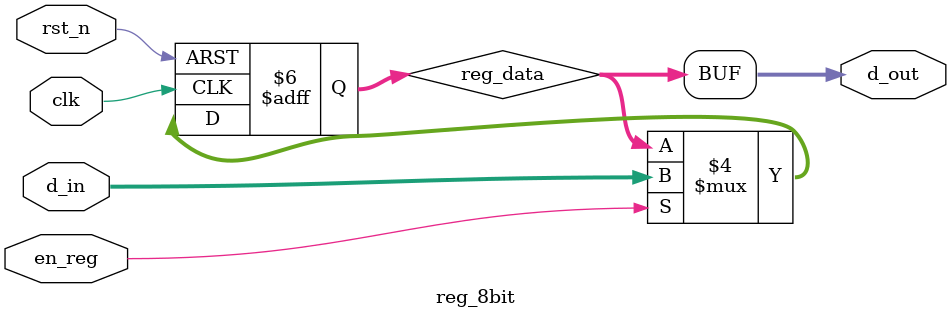
<source format=v>
module reg_8bit ( d_out, clk, rst_n, en_reg, d_in );
input 		 clk, rst_n	, en_reg;
input	[7:0]d_in;
output	[7:0]d_out;
reg 	[7:0]d_out;
reg 	[7:0]reg_data;

always @( posedge clk or negedge rst_n ) begin
    if ( !rst_n )
		reg_data <= 8'b11111111;
    else if ( en_reg )
		reg_data <= d_in;
end

always @(*) begin
	d_out = reg_data;
end

endmodule
</source>
